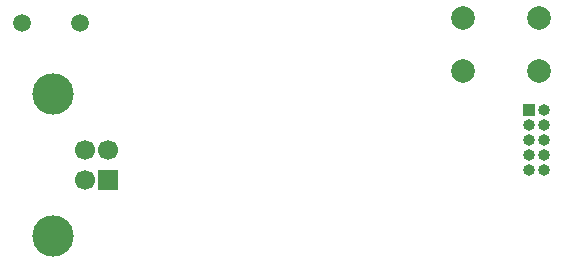
<source format=gbr>
%TF.GenerationSoftware,KiCad,Pcbnew,5.99.0+really5.1.10+dfsg1-1*%
%TF.CreationDate,2021-10-18T01:31:44-04:00*%
%TF.ProjectId,DebugDongle,44656275-6744-46f6-9e67-6c652e6b6963,rev?*%
%TF.SameCoordinates,Original*%
%TF.FileFunction,Soldermask,Bot*%
%TF.FilePolarity,Negative*%
%FSLAX46Y46*%
G04 Gerber Fmt 4.6, Leading zero omitted, Abs format (unit mm)*
G04 Created by KiCad (PCBNEW 5.99.0+really5.1.10+dfsg1-1) date 2021-10-18 01:31:44*
%MOMM*%
%LPD*%
G01*
G04 APERTURE LIST*
%ADD10O,1.000000X1.000000*%
%ADD11R,1.000000X1.000000*%
%ADD12C,1.500000*%
%ADD13C,2.000000*%
%ADD14C,3.500000*%
%ADD15C,1.700000*%
%ADD16R,1.700000X1.700000*%
G04 APERTURE END LIST*
D10*
%TO.C,J1*%
X180370000Y-83110000D03*
X179100000Y-83110000D03*
X180370000Y-81840000D03*
X179100000Y-81840000D03*
X180370000Y-80570000D03*
X179100000Y-80570000D03*
X180370000Y-79300000D03*
X179100000Y-79300000D03*
X180370000Y-78030000D03*
D11*
X179100000Y-78030000D03*
%TD*%
D12*
%TO.C,Y1*%
X136220000Y-70600000D03*
X141100000Y-70600000D03*
%TD*%
D13*
%TO.C,SW1*%
X173500000Y-74700000D03*
X173500000Y-70200000D03*
X180000000Y-74700000D03*
X180000000Y-70200000D03*
%TD*%
D14*
%TO.C,J2*%
X138790000Y-76630000D03*
X138790000Y-88670000D03*
D15*
X141500000Y-83900000D03*
X141500000Y-81400000D03*
X143500000Y-81400000D03*
D16*
X143500000Y-83900000D03*
%TD*%
M02*

</source>
